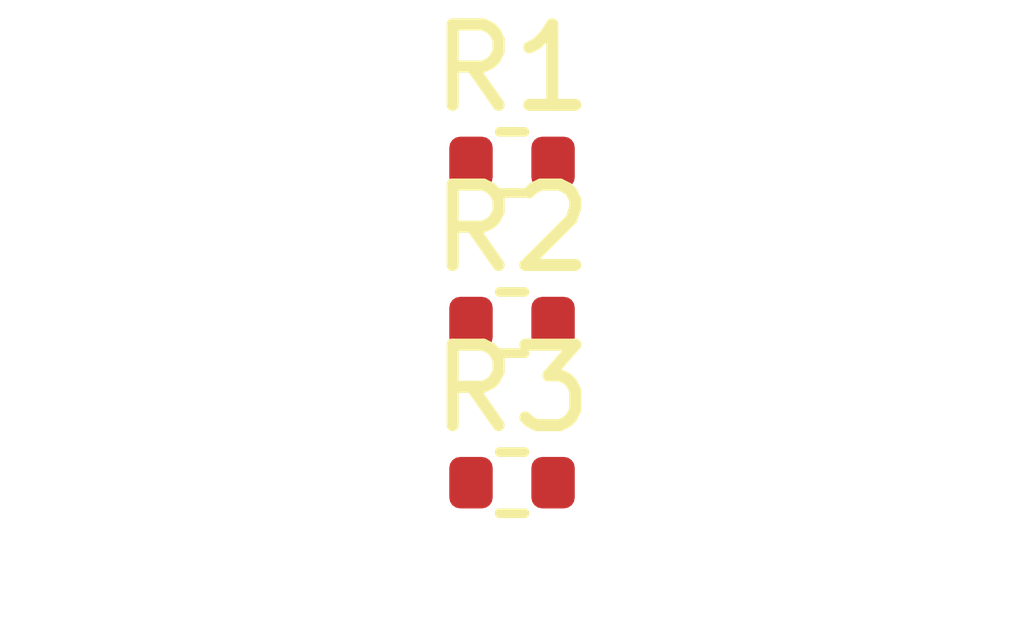
<source format=kicad_pcb>
(kicad_pcb (version 20241229) (generator "pcbnew") (generator_version "9.0")
  (title_block (title "${PCB_NAME}") (date "${CURRENT_DATE}") (rev "${PCB_VERSION}"))
  (layers (0 "F.Cu" signal) (2 "B.Cu" signal) (13 "F.Paste" user) (15 "B.Paste" user) (5 "F.SilkS" user "F.Silkscreen") (7 "B.SilkS" user "B.Silkscreen") (1 "F.Mask" user) (3 "B.Mask" user) (25 "Edge.Cuts" user))
  (net 0 "")
  (footprint "Resistor_SMD:R_0402_1005Metric" (layer "F.Cu") (at 123.99 98.02)
    (property "Reference" "R1" (at 0 -1.17 0) (layer "F.SilkS"))
    (property "Value" "ERJ-2RKF1003X")
    (fp_line (start -0.153641 -0.38) (end 0.153641 -0.38) (stroke (width 0.12)) (layer "F.SilkS"))
    (fp_line (start -0.153641 0.38) (end 0.153641 0.38) (stroke (width 0.12)) (layer "F.SilkS"))
    (pad "1" smd roundrect (at -0.51 0) (size 0.54 0.64) (layers "F.Cu" "F.Mask" "F.Paste"))
    (pad "2" smd roundrect (at 0.51 0) (size 0.54 0.64) (layers "F.Cu" "F.Mask" "F.Paste"))
  )
  (footprint "Resistor_SMD:R_0402_1005Metric" (layer "F.Cu") (at 123.99 102)
    (property "Reference" "R3" (at 0 -1.17 0) (layer "F.SilkS"))
    (property "Value" "ERJ-2RKF1003X")
    (fp_line (start -0.153641 -0.38) (end 0.153641 -0.38) (stroke (width 0.12)) (layer "F.SilkS"))
    (fp_line (start -0.153641 0.38) (end 0.153641 0.38) (stroke (width 0.12)) (layer "F.SilkS"))
    (pad "1" smd roundrect (at -0.51 0) (size 0.54 0.64) (layers "F.Cu" "F.Mask" "F.Paste"))
    (pad "2" smd roundrect (at 0.51 0) (size 0.54 0.64) (layers "F.Cu" "F.Mask" "F.Paste"))
  )
  (footprint "Resistor_SMD:R_0402_1005Metric" (layer "F.Cu") (at 123.99 100.01)
    (property "Reference" "R2" (at 0 -1.17 0) (layer "F.SilkS"))
    (property "Value" "ERJ-2RKF1003X")
    (fp_line (start -0.153641 -0.38) (end 0.153641 -0.38) (stroke (width 0.12)) (layer "F.SilkS"))
    (fp_line (start -0.153641 0.38) (end 0.153641 0.38) (stroke (width 0.12)) (layer "F.SilkS"))
    (pad "1" smd roundrect (at -0.51 0) (size 0.54 0.64) (layers "F.Cu" "F.Mask" "F.Paste"))
    (pad "2" smd roundrect (at 0.51 0) (size 0.54 0.64) (layers "F.Cu" "F.Mask" "F.Paste"))
  )
)
</source>
